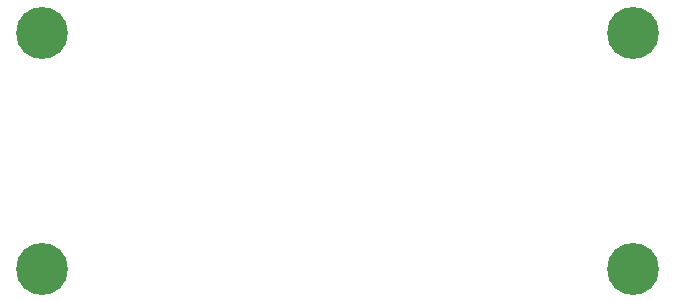
<source format=gbl>
%TF.GenerationSoftware,KiCad,Pcbnew,8.0.2-1*%
%TF.CreationDate,2024-12-19T17:28:35+00:00*%
%TF.ProjectId,jacdac-slider-MH-0.1,6a616364-6163-42d7-936c-696465722d4d,v0.1*%
%TF.SameCoordinates,PX8d24d00PY36d6160*%
%TF.FileFunction,Copper,L2,Bot*%
%TF.FilePolarity,Positive*%
%FSLAX46Y46*%
G04 Gerber Fmt 4.6, Leading zero omitted, Abs format (unit mm)*
G04 Created by KiCad (PCBNEW 8.0.2-1) date 2024-12-19 17:28:35*
%MOMM*%
%LPD*%
G01*
G04 APERTURE LIST*
%TA.AperFunction,ComponentPad*%
%ADD10C,4.400000*%
%TD*%
%TA.AperFunction,FiducialPad,Local*%
%ADD11C,4.400000*%
%TD*%
G04 APERTURE END LIST*
D10*
%TO.P,MH3,MH3,MH3*%
%TO.N,JD_PWR*%
X25000000Y10000001D03*
%TD*%
%TO.P,MH4,MH4,MH4*%
%TO.N,GND*%
X25000000Y-9999999D03*
%TD*%
%TO.P,MH2,MH2,MH2*%
%TO.N,GND*%
X-25000000Y-9999999D03*
%TD*%
D11*
%TO.P,MH1,MH1,MH1*%
%TO.N,JD_DATA*%
X-25000000Y10000001D03*
%TD*%
M02*

</source>
